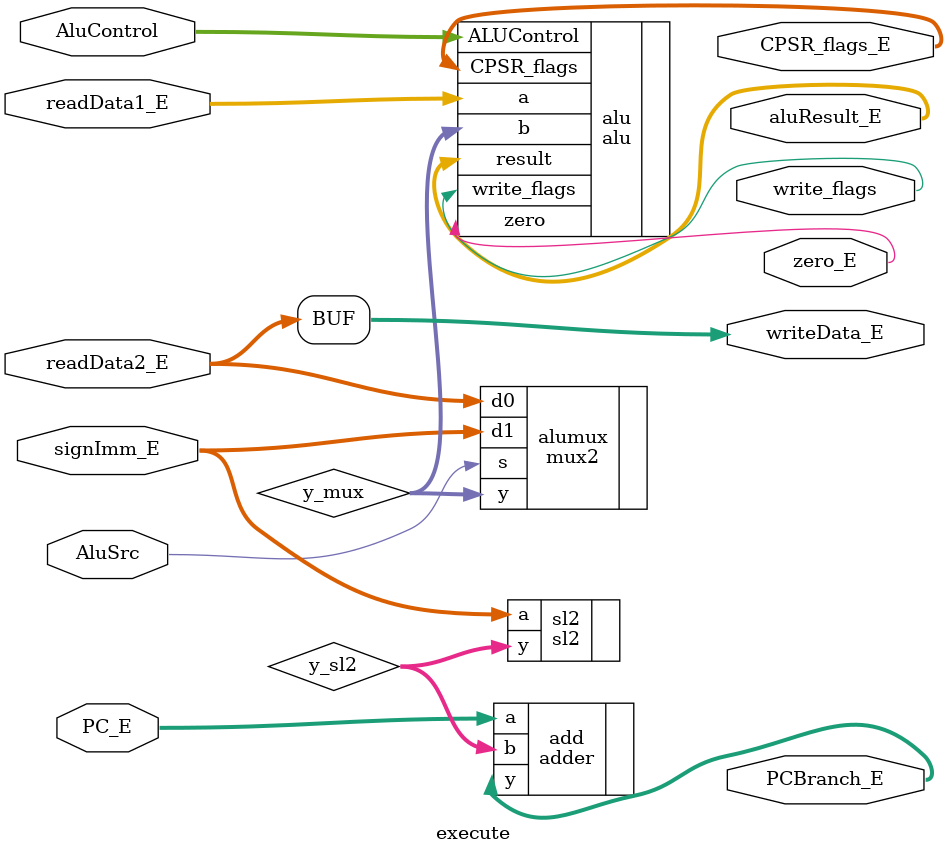
<source format=sv>
module execute #(parameter N = 64)
					(input logic AluSrc,
					input logic [3:0] AluControl,
					input logic [N-1:0] PC_E, signImm_E, readData1_E, readData2_E,
					output logic [N-1:0] PCBranch_E, aluResult_E, writeData_E,
					output logic zero_E, write_flags,
					output logic [3:0] CPSR_flags_E);
					
	logic [N-1:0] y_mux, y_sl2;				
	
	mux2 alumux (.d0(readData2_E), .d1(signImm_E), .s(AluSrc), .y(y_mux));
	
	alu alu (.a(readData1_E), .b(y_mux), .ALUControl(AluControl), .result(aluResult_E), .write_flags(write_flags), .zero(zero_E), .CPSR_flags(CPSR_flags_E));
	
	sl2 sl2 (.a(signImm_E), .y(y_sl2));
	
	adder add (.a(PC_E), .b(y_sl2), .y(PCBranch_E));
	
	assign writeData_E = readData2_E;
	
endmodule 
</source>
